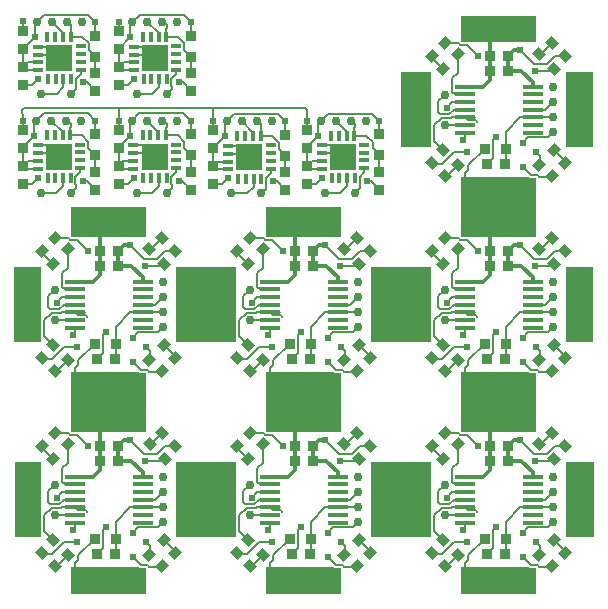
<source format=gtl>
G04 ================== begin FILE IDENTIFICATION RECORD ==================*
G04 Layout Name:  C:/Users/D/Documents/github/Disceep/allegro/disceep.brd*
G04 Film Name:    DisceepTOP*
G04 File Format:  Gerber RS274X*
G04 File Origin:  Cadence Allegro 16.6-P004*
G04 Origin Date:  Thu Jan 15 23:06:35 2015*
G04 *
G04 Layer:  ETCH/TOP*
G04 Layer:  PIN/TOP*
G04 Layer:  VIA CLASS/TOP*
G04 *
G04 Offset:    (0.00 0.00)*
G04 Mirror:    No*
G04 Mode:      Positive*
G04 Rotation:  0*
G04 FullContactRelief:  No*
G04 UndefLineWidth:     6.00*
G04 ================== end FILE IDENTIFICATION RECORD ====================*
%FSLAX25Y25*MOIN*%
%IR0*IPPOS*OFA0.00000B0.00000*MIA0B0*SFA1.00000B1.00000*%
%AMMACRO10*
21,1,.036,.032,0.0,0.0,135.*%
%ADD10MACRO10*%
%ADD11C,.03*%
%ADD12C,.024*%
%ADD15R,.085X.085*%
%ADD16R,.036X.012*%
%ADD17R,.012X.036*%
%ADD14R,.032X.036*%
%AMMACRO13*
21,1,.036,.032,0.0,0.0,45.*%
%ADD13MACRO13*%
%ADD18R,.036X.032*%
%ADD19R,.065X.013*%
%ADD20C,.012*%
%ADD21C,.006*%
G75*
%LPD*%
G75*
G36*
G01X10500Y45500D02*
Y20500D01*
X1616D01*
Y45500D01*
X10500D01*
G37*
G36*
G01Y110500D02*
Y85500D01*
X1579D01*
Y110500D01*
X10500D01*
G37*
G36*
G01X45500Y10269D02*
Y1578D01*
X20500D01*
Y10500D01*
X43112D01*
X43193Y10418D01*
X45313D01*
X45335Y10414D01*
X45357Y10405D01*
X45378Y10391D01*
X45500Y10269D01*
G37*
G36*
G01Y75269D02*
Y65500D01*
X20500D01*
Y75500D01*
X43112D01*
X43193Y75418D01*
X45313D01*
X45335Y75414D01*
X45357Y75405D01*
X45378Y75391D01*
X45500Y75269D01*
G37*
G36*
G01X20643Y55595D02*
X20622Y55609D01*
X20500Y55731D01*
Y65500D01*
X45500D01*
Y55500D01*
X22888D01*
X22807Y55582D01*
X20687D01*
X20665Y55586D01*
X20643Y55595D01*
G37*
G36*
G01X45500Y130500D02*
Y120500D01*
X22888D01*
X22807Y120582D01*
X20687D01*
X20665Y120586D01*
X20643Y120595D01*
X20622Y120609D01*
X20500Y120731D01*
Y130500D01*
X45500D01*
G37*
G36*
G01X75500Y45500D02*
Y20500D01*
X65500D01*
Y45500D01*
X75500D01*
G37*
G36*
G01X65500D02*
Y20500D01*
X55500D01*
Y45500D01*
X65500D01*
G37*
G36*
G01X75500Y110500D02*
Y85500D01*
X65500D01*
Y110500D01*
X75500D01*
G37*
G36*
G01X65500D02*
Y85500D01*
X55500D01*
Y110500D01*
X65500D01*
G37*
G36*
G01X110500Y10269D02*
Y1428D01*
X85500D01*
Y10500D01*
X108112D01*
X108193Y10418D01*
X110313D01*
X110335Y10414D01*
X110357Y10405D01*
X110378Y10391D01*
X110500Y10269D01*
G37*
G36*
G01Y75269D02*
Y65500D01*
X85500D01*
Y75500D01*
X108112D01*
X108193Y75418D01*
X110313D01*
X110335Y75414D01*
X110357Y75405D01*
X110378Y75391D01*
X110500Y75269D01*
G37*
G36*
G01Y65500D02*
Y55500D01*
X87888D01*
X87807Y55582D01*
X85687D01*
X85665Y55586D01*
X85643Y55595D01*
X85622Y55609D01*
X85500Y55731D01*
Y65500D01*
X110500D01*
G37*
G36*
G01Y130500D02*
Y120500D01*
X87888D01*
X87807Y120582D01*
X85687D01*
X85665Y120586D01*
X85643Y120595D01*
X85622Y120609D01*
X85500Y120731D01*
Y130500D01*
X110500D01*
G37*
G36*
G01X140500Y45500D02*
Y20500D01*
X130500D01*
Y45500D01*
X140500D01*
G37*
G36*
G01X130500D02*
Y20500D01*
X120500D01*
Y45500D01*
X130500D01*
G37*
G36*
G01X140500Y110500D02*
Y85500D01*
X130500D01*
Y110500D01*
X140500D01*
G37*
G36*
G01X130500D02*
Y85500D01*
X120500D01*
Y110500D01*
X130500D01*
G37*
G36*
G01X140500Y175500D02*
Y150500D01*
X130500D01*
Y175500D01*
X140500D01*
G37*
G36*
G01X175500Y10269D02*
Y1504D01*
X150500D01*
Y10500D01*
X173112D01*
X173193Y10418D01*
X175313D01*
X175335Y10414D01*
X175357Y10405D01*
X175378Y10391D01*
X175500Y10269D01*
G37*
G36*
G01Y75269D02*
Y65500D01*
X150500D01*
Y75500D01*
X173112D01*
X173193Y75418D01*
X175313D01*
X175335Y75414D01*
X175357Y75405D01*
X175378Y75391D01*
X175500Y75269D01*
G37*
G36*
G01Y65500D02*
Y55500D01*
X152888D01*
X152807Y55582D01*
X150687D01*
X150665Y55586D01*
X150643Y55595D01*
X150622Y55609D01*
X150500Y55731D01*
Y65500D01*
X175500D01*
G37*
G36*
G01Y140269D02*
Y130500D01*
X150500D01*
Y140500D01*
X173112D01*
X173193Y140418D01*
X175313D01*
X175335Y140414D01*
X175357Y140405D01*
X175378Y140391D01*
X175500Y140269D01*
G37*
G36*
G01Y130500D02*
Y120500D01*
X152888D01*
X152807Y120582D01*
X150687D01*
X150665Y120586D01*
X150643Y120595D01*
X150622Y120609D01*
X150500Y120731D01*
Y130500D01*
X175500D01*
G37*
G36*
G01Y194384D02*
Y185500D01*
X152888D01*
X152807Y185582D01*
X150687D01*
X150665Y185586D01*
X150643Y185595D01*
X150622Y185609D01*
X150500Y185731D01*
Y194384D01*
X175500D01*
G37*
G36*
G01X194604Y45500D02*
Y20500D01*
X185500D01*
Y45500D01*
X194604D01*
G37*
G36*
G01X194505Y110500D02*
Y85500D01*
X185500D01*
Y110500D01*
X194505D01*
G37*
G36*
G01X194467Y175500D02*
Y150500D01*
X185500D01*
Y175500D01*
X194467D01*
G37*
G54D10*
X15121Y10879D03*
X10879Y15121D03*
X14525Y19475D03*
X15121Y75879D03*
X10879Y80121D03*
X14525Y84475D03*
X19475Y14525D03*
Y79525D03*
X50879Y55121D03*
X55121Y50879D03*
X51675Y46525D03*
X46725Y51475D03*
X55121Y115879D03*
X51475Y111525D03*
X46525Y116475D03*
X50879Y120121D03*
X75879Y15121D03*
Y80121D03*
X80121Y10879D03*
X84475Y14525D03*
X79525Y19475D03*
X80121Y75879D03*
X79525Y84475D03*
X84475Y79525D03*
X115879Y55121D03*
X116475Y46525D03*
X111525Y51475D03*
X116475Y111525D03*
X111525Y116475D03*
X115879Y120121D03*
X120121Y50879D03*
Y115879D03*
X145121Y10879D03*
X140879Y15121D03*
X149475Y14525D03*
X144525Y19475D03*
X145121Y75879D03*
X140879Y80121D03*
X144525Y84475D03*
X149475Y79525D03*
X145121Y140879D03*
X140879Y145121D03*
X144525Y149475D03*
X149475Y144525D03*
X176525Y51475D03*
Y116475D03*
Y181475D03*
X180879Y55121D03*
X185121Y50879D03*
X181475Y46525D03*
X185121Y115879D03*
X181475Y111525D03*
X180879Y120121D03*
X181475Y176525D03*
X180879Y185121D03*
X185121Y180879D03*
G54D20*
G01X30000Y46000D02*
Y51000D01*
G01Y46000D02*
Y43000D01*
X27700Y40700D01*
X21700D01*
G01X30000Y51000D02*
Y58000D01*
G01D02*
X27000Y61000D01*
G01X30000Y111000D02*
Y108000D01*
X27700Y105700D01*
X21700D01*
G01X30000Y111000D02*
Y116000D01*
G01D02*
Y123000D01*
G01D02*
X27000Y126000D01*
G01X36000Y51000D02*
Y46000D01*
G01X40000Y53000D02*
X38000D01*
X36000Y51000D01*
G01Y46000D02*
X40450D01*
X44300Y42150D01*
Y40700D01*
G01X36000Y111000D02*
X40450D01*
X44300Y107150D01*
Y105700D01*
G01X36000Y116000D02*
Y111000D01*
G01Y116000D02*
X38000Y118000D01*
X40000D01*
G01X95000Y46000D02*
Y43000D01*
X92700Y40700D01*
X86700D01*
G01X95000Y46000D02*
Y51000D01*
G01D02*
Y58000D01*
G01D02*
X92000Y61000D01*
G01X95000Y111000D02*
Y108000D01*
X92700Y105700D01*
X86700D01*
G01X95000Y111000D02*
Y116000D01*
G01D02*
Y123000D01*
G01D02*
X92000Y126000D01*
G01X101000Y46000D02*
X105450D01*
X109300Y42150D01*
Y40700D01*
G01X101000Y51000D02*
Y46000D01*
G01Y51000D02*
X103000Y53000D01*
X105000D01*
G01X101000Y111000D02*
X105450D01*
X109300Y107150D01*
Y105700D01*
G01X101000Y116000D02*
Y111000D01*
G01Y116000D02*
X103000Y118000D01*
X105000D01*
G01X160000Y46000D02*
Y43000D01*
X157700Y40700D01*
X151700D01*
G01X160000Y111000D02*
Y108000D01*
X157700Y105700D01*
X151700D01*
G01X160000Y176000D02*
Y173000D01*
X157700Y170700D01*
X151700D01*
G01X166000Y46000D02*
X170450D01*
X174300Y42150D01*
Y40700D01*
G01X166000Y51000D02*
Y46000D01*
G01Y51000D02*
X168000Y53000D01*
X170000D01*
G01X160000Y46000D02*
Y51000D01*
G01D02*
Y58000D01*
G01D02*
X157000Y61000D01*
G01X166000Y111000D02*
X170450D01*
X174300Y107150D01*
Y105700D01*
G01X166000Y116000D02*
Y111000D01*
G01X160000D02*
Y116000D01*
G01X166000D02*
X168000Y118000D01*
X170000D01*
G01X157000Y126000D02*
X160000Y123000D01*
G01D02*
Y116000D01*
G01X166000Y176000D02*
X170450D01*
X174300Y172150D01*
Y170700D01*
G01X166000Y181000D02*
Y176000D01*
G01Y181000D02*
X168000Y183000D01*
X170000D01*
G01X160000Y176000D02*
Y181000D01*
G01X157000Y191000D02*
X160000Y188000D01*
G01D02*
Y181000D01*
G54D11*
X15000Y28000D03*
Y38000D03*
Y93000D03*
Y103000D03*
X10400Y135400D03*
X8900Y159400D03*
X13900D03*
X10500Y168200D03*
X9000Y192200D03*
X14000D03*
X20400Y135400D03*
X18900Y159400D03*
X23900D03*
X20500Y168200D03*
X19000Y192200D03*
X24000D03*
X51000Y35500D03*
Y30500D03*
Y25500D03*
Y40500D03*
Y95500D03*
Y90500D03*
Y105500D03*
Y100500D03*
X42300Y135400D03*
X52300D03*
X40800Y159400D03*
X45800D03*
X50800D03*
X55800D03*
X42400Y168200D03*
X52400D03*
X40900Y192200D03*
X45900D03*
X50900D03*
X55900D03*
X73900Y135100D03*
X72400Y159100D03*
X77400D03*
X80000Y28000D03*
Y38000D03*
Y93000D03*
Y103000D03*
X83900Y135100D03*
X82400Y159100D03*
X87400D03*
X116000Y35500D03*
Y30500D03*
Y25500D03*
Y40500D03*
Y95500D03*
Y90500D03*
Y105500D03*
Y100500D03*
X105100Y135300D03*
X115100D03*
X103600Y159300D03*
X108600D03*
X113600D03*
X118600D03*
X145000Y28000D03*
Y38000D03*
Y93000D03*
Y103000D03*
Y168000D03*
Y158000D03*
X181000Y35500D03*
Y30500D03*
Y25500D03*
Y40500D03*
Y95500D03*
Y90500D03*
Y105500D03*
Y100500D03*
Y155500D03*
Y170500D03*
Y165500D03*
Y160500D03*
G54D21*
G01X22300Y19000D02*
X18104D01*
X14084Y14980D01*
X11020D01*
X10879Y15121D01*
G01X15121Y10879D02*
X15829D01*
X19475Y14525D01*
G01X15000Y38000D02*
X12900Y35900D01*
Y32207D01*
X13507Y31600D01*
X16570D01*
X17990Y33020D01*
X21700D01*
G01X15000Y28000D02*
X17550D01*
X17650Y27900D01*
X21700D01*
G01Y30460D02*
X17128D01*
X17068Y30400D01*
X14005D01*
X11460Y27855D01*
Y22540D01*
X14525Y19475D01*
G01X26000Y51000D02*
X22400Y54600D01*
X20591D01*
X20379Y54642D01*
X20179Y54725D01*
X19998Y54845D01*
X19581Y55262D01*
X15262D01*
X15121Y55121D01*
G01X10879Y50879D02*
Y50171D01*
X14525Y46525D01*
G01X22300Y84000D02*
X18104D01*
X14084Y79980D01*
X11020D01*
X10879Y80121D01*
G01X15121Y75879D02*
X15829D01*
X19475Y79525D01*
G01X21700Y95460D02*
X17128D01*
X17068Y95400D01*
X14005D01*
X11460Y92855D01*
Y87540D01*
X14525Y84475D01*
G01X15000Y93000D02*
X17550D01*
X17650Y92900D01*
X21700D01*
G01X15000Y103000D02*
X12900Y100900D01*
Y97207D01*
X13507Y96600D01*
X16570D01*
X17990Y98020D01*
X21700D01*
G01X10879Y115879D02*
Y115171D01*
X14525Y111525D01*
G01X26000Y116000D02*
X22400Y119600D01*
X20591D01*
X20379Y119642D01*
X20179Y119725D01*
X19998Y119845D01*
X19581Y120262D01*
X15262D01*
X15121Y120121D01*
G01X9300Y151200D02*
X13600D01*
X16200Y148600D01*
G01D02*
X9300D01*
G01X4400Y138400D02*
X7400D01*
X9400Y140400D01*
G01X9300Y146000D02*
X6000D01*
X4400Y144400D01*
G01X9300Y143400D02*
X5400D01*
X4400Y144400D01*
G01D02*
Y150400D01*
G01D02*
Y150600D01*
X8200Y154400D01*
G01X8900Y159400D02*
X8200Y158700D01*
Y154400D01*
G01X10400Y135400D02*
X15500D01*
X17800Y137700D01*
Y140300D01*
G01X4400Y156400D02*
Y159400D01*
G01D02*
Y161400D01*
X4000Y161800D01*
Y162900D01*
X4600Y163500D01*
X36000D01*
G01X4500Y171200D02*
X7500D01*
X9500Y173200D01*
G01X8900Y159400D02*
X11300Y161800D01*
X26000D01*
X28400Y159400D01*
G01X17600Y154500D02*
Y155700D01*
X13900Y159400D01*
G01X10500Y168200D02*
X15600D01*
X17900Y170500D01*
Y173100D01*
G01X4500Y189200D02*
Y192500D01*
G01X16300Y181400D02*
X9400D01*
G01Y184000D02*
X13700D01*
X16300Y181400D01*
G01X9400Y178800D02*
X6100D01*
X4500Y177200D01*
G01X9400Y176200D02*
X5500D01*
X4500Y177200D01*
G01D02*
Y183200D01*
G01D02*
Y183400D01*
X8300Y187200D01*
G01X9000Y192200D02*
X8300Y191500D01*
Y187200D01*
G01X9000Y192200D02*
X11400Y194600D01*
X26100D01*
X28500Y192200D01*
G01X17700Y187300D02*
Y188500D01*
X14000Y192200D01*
G01X32000Y24000D02*
X31200Y23200D01*
Y17000D01*
X29200Y15000D01*
X29000D01*
G01X21900Y11870D02*
X22799Y12769D01*
Y14499D01*
X28300Y20000D01*
X28500D01*
G01X24870Y8900D02*
X23130D01*
X21900Y10130D01*
G01D02*
Y11870D01*
G01X35500Y20000D02*
Y15500D01*
X35000Y15000D01*
G01X15700Y33700D02*
X17580Y35580D01*
X21700D01*
G01X25122Y30460D02*
X21700D01*
G01X25850Y28923D02*
X25323Y29450D01*
X22710D01*
X21700Y30460D01*
G01Y25340D02*
Y23700D01*
X21000Y23000D01*
G01X21700Y38140D02*
X18255D01*
X17550Y38845D01*
Y43550D01*
X19334Y45334D01*
Y51334D01*
X19475Y51475D01*
G01X21900Y75130D02*
X23130Y73900D01*
X24870D01*
G01X28500Y85000D02*
X28300D01*
X22799Y79499D01*
Y77769D01*
X21900Y76870D01*
Y75130D01*
G01X32000Y89000D02*
X31200Y88200D01*
Y82000D01*
X29200Y80000D01*
X29000D01*
G01X35500Y85000D02*
Y80500D01*
X35000Y80000D01*
G01X25850Y93923D02*
X25323Y94450D01*
X22710D01*
X21700Y95460D01*
G01Y90340D02*
Y88700D01*
X21000Y88000D01*
G01X21700Y103140D02*
X18255D01*
X17550Y103845D01*
Y108550D01*
X19334Y110334D01*
Y116334D01*
X19475Y116475D01*
G01X25122Y95460D02*
X21700D01*
G01X15700Y98700D02*
X17580Y100580D01*
X21700D01*
G01X20400Y135400D02*
X22027Y137027D01*
Y138000D01*
X21900Y138127D01*
Y140600D01*
X23500Y142200D01*
Y143600D01*
G01X28400Y136400D02*
Y136600D01*
X25600Y139400D01*
X24400D01*
G01X16400Y147400D02*
Y148400D01*
X16200Y148600D01*
G01X28400Y159400D02*
Y154900D01*
G01X20200Y154500D02*
Y157100D01*
X20400Y157300D01*
Y158400D01*
X19400Y159400D01*
X18900D01*
G01X28400Y147900D02*
Y148100D01*
X26234Y150266D01*
Y152339D01*
X24073Y154500D01*
X20200D01*
G01X28400Y142400D02*
Y147900D01*
G01X28500Y169200D02*
Y169400D01*
X25700Y172200D01*
X24500D01*
G01X28500Y175200D02*
Y180700D01*
G01X20500Y168200D02*
X22127Y169827D01*
Y170800D01*
X22000Y170927D01*
Y173400D01*
X23600Y175000D01*
Y176400D01*
G01X16500Y180200D02*
Y181200D01*
X16300Y181400D01*
G01X28500Y192200D02*
Y187700D01*
G01X20300Y187300D02*
Y189900D01*
X20500Y190100D01*
Y191200D01*
X19500Y192200D01*
X19000D01*
G01X28500Y180700D02*
Y180900D01*
X26334Y183066D01*
Y185139D01*
X24173Y187300D01*
X20300D01*
G01X41000Y14000D02*
X43600Y11400D01*
X45409D01*
X45621Y11358D01*
X45821Y11275D01*
X46002Y11155D01*
X46419Y10738D01*
X50738D01*
X50879Y10879D01*
G01X51475Y19475D02*
X55121Y15829D01*
Y15121D01*
G01X46525Y14525D02*
X46666Y14666D01*
Y17730D01*
X45396Y19000D01*
G01X51000Y25500D02*
X49290Y23790D01*
X42790D01*
X41000Y22000D01*
G01X44300Y30460D02*
X40250D01*
X35500Y25710D01*
Y20000D01*
G01X51000Y30500D02*
X48390D01*
X48350Y30460D01*
X44300D01*
G01X51000Y35500D02*
X48520Y33020D01*
X44300D01*
G01X40000Y53000D02*
X44830Y48170D01*
X49066D01*
X51916Y51020D01*
X54980D01*
X55121Y50879D01*
G01X46725Y51475D02*
X47233D01*
X50879Y55121D01*
G01X46525Y51475D02*
X46725D01*
G01X51475Y46525D02*
X51334Y46666D01*
X50668Y46000D01*
X45000D01*
G01X41000Y79000D02*
X43600Y76400D01*
X45409D01*
X45621Y76358D01*
X45821Y76275D01*
X46002Y76155D01*
X46419Y75738D01*
X50738D01*
X50879Y75879D01*
G01X51000Y90500D02*
X49290Y88790D01*
X42790D01*
X41000Y87000D01*
G01X44300Y95460D02*
X40250D01*
X35500Y90710D01*
Y85000D01*
G01X51475Y84475D02*
X55121Y80829D01*
Y80121D01*
G01X46525Y79525D02*
X46666Y79666D01*
Y82730D01*
X45396Y84000D01*
G01X40000Y118000D02*
X44830Y113170D01*
X49066D01*
X51916Y116020D01*
X54980D01*
X55121Y115879D01*
G01X51000Y95500D02*
X48390D01*
X48350Y95460D01*
X44300D01*
G01X51000Y100500D02*
X48520Y98020D01*
X44300D01*
G01X45000Y111000D02*
X50668D01*
X51334Y111666D01*
X51475Y111525D01*
G01X46525Y116475D02*
X47233D01*
X50879Y120121D01*
G01X42300Y135400D02*
X47400D01*
X49700Y137700D01*
Y140300D01*
G01X52300Y135400D02*
X53927Y137027D01*
Y138000D01*
X53800Y138127D01*
Y140600D01*
X55400Y142200D01*
Y143600D01*
G01X41200Y151200D02*
X45500D01*
X48100Y148600D01*
G01D02*
X41200D01*
G01X48300Y147400D02*
Y148400D01*
X48100Y148600D01*
G01X36300Y138400D02*
X39300D01*
X41300Y140400D01*
G01X41200Y146000D02*
X37900D01*
X36300Y144400D01*
G01X41200Y143400D02*
X37300D01*
X36300Y144400D01*
G01D02*
Y150400D01*
G01D02*
Y150600D01*
X40100Y154400D01*
G01X40800Y159400D02*
X40100Y158700D01*
Y154400D01*
G01X52100Y154500D02*
Y157100D01*
X52300Y157300D01*
Y158400D01*
X51300Y159400D01*
X50800D01*
G01X60300Y147900D02*
Y148100D01*
X58134Y150266D01*
Y152339D01*
X55973Y154500D01*
X52100D01*
G01X49500D02*
Y155700D01*
X45800Y159400D01*
G01X36000Y163500D02*
X68000D01*
G01X36300Y159200D02*
Y163200D01*
X36000Y163500D01*
G01X36300Y156400D02*
Y159200D01*
G01X36400Y171200D02*
X39400D01*
X41400Y173200D01*
G01X40800Y159400D02*
X43200Y161800D01*
X57900D01*
X60300Y159400D01*
G01X42400Y168200D02*
X47500D01*
X49800Y170500D01*
Y173100D01*
G01X52400Y168200D02*
X54027Y169827D01*
Y170800D01*
X53900Y170927D01*
Y173400D01*
X55500Y175000D01*
Y176400D01*
G01X47200Y181400D02*
X41300D01*
G01Y184000D02*
X45600D01*
X48200Y181400D01*
X47200D01*
G01D02*
X48400Y180200D01*
G01X36400Y189200D02*
Y192400D01*
G01X41300Y178800D02*
X38000D01*
X36400Y177200D01*
G01X41300Y176200D02*
X37400D01*
X36400Y177200D01*
G01D02*
Y183200D01*
G01D02*
Y183400D01*
X40200Y187200D01*
G01X40900Y192200D02*
X40200Y191500D01*
Y187200D01*
G01X40900Y192200D02*
X43300Y194600D01*
X58000D01*
X60400Y192200D01*
G01X49600Y187300D02*
Y188500D01*
X45900Y192200D01*
G01X52200Y187300D02*
Y189900D01*
X52400Y190100D01*
Y191200D01*
X51400Y192200D01*
X50900D01*
G01X60400Y180700D02*
Y180900D01*
X58234Y183066D01*
Y185139D01*
X56073Y187300D01*
X52200D01*
G01X73900Y135100D02*
X79000D01*
X81300Y137400D01*
Y140000D01*
G01X60300Y136400D02*
Y136600D01*
X57500Y139400D01*
X56300D01*
G01X72800Y150900D02*
X77100D01*
X79700Y148300D01*
G01D02*
X72800D01*
G01X67900Y138100D02*
X70900D01*
X72900Y140100D01*
G01X60300Y159400D02*
Y154900D01*
G01X72800Y145700D02*
X69500D01*
X67900Y144100D01*
G01X72800Y143100D02*
X68900D01*
X67900Y144100D01*
G01D02*
Y150100D01*
G01D02*
Y150300D01*
X71700Y154100D01*
G01X72400Y159100D02*
X71700Y158400D01*
Y154100D01*
G01X60300Y142400D02*
Y147900D01*
G01X68000Y163500D02*
X98500D01*
X99100Y162900D01*
Y159100D01*
G01X67900Y159400D02*
Y163400D01*
X68000Y163500D01*
G01X67900Y156100D02*
Y159400D01*
G01X60400Y169200D02*
Y169400D01*
X57600Y172200D01*
X56400D01*
G01X72400Y159100D02*
X74800Y161500D01*
X89500D01*
X91900Y159100D01*
G01X60400Y175200D02*
Y180700D01*
G01Y192200D02*
Y187700D01*
G01X87300Y19000D02*
X83104D01*
X79084Y14980D01*
X76020D01*
X75879Y15121D01*
G01X97000Y24000D02*
X96200Y23200D01*
Y17000D01*
X94200Y15000D01*
X94000D01*
G01X86900Y11870D02*
X87799Y12769D01*
Y14499D01*
X93300Y20000D01*
X93500D01*
G01X89870Y8900D02*
X88130D01*
X86900Y10130D01*
G01D02*
Y11870D01*
G01X80121Y10879D02*
X80829D01*
X84475Y14525D01*
G01X80700Y33700D02*
X82580Y35580D01*
X86700D01*
G01Y30460D02*
X82128D01*
X82068Y30400D01*
X79005D01*
X76460Y27855D01*
Y22540D01*
X79525Y19475D01*
G01X90122Y30460D02*
X86700D01*
G01X90850Y28923D02*
X90323Y29450D01*
X87710D01*
X86700Y30460D01*
G01Y25340D02*
Y23700D01*
X86000Y23000D01*
G01X80000Y28000D02*
X82550D01*
X82650Y27900D01*
X86700D01*
G01X80000Y38000D02*
X77900Y35900D01*
Y32207D01*
X78507Y31600D01*
X81570D01*
X82990Y33020D01*
X86700D01*
G01X91000Y51000D02*
X87400Y54600D01*
X85591D01*
X85379Y54642D01*
X85179Y54725D01*
X84998Y54845D01*
X84581Y55262D01*
X80262D01*
X80121Y55121D01*
G01X86700Y38140D02*
X83255D01*
X82550Y38845D01*
Y43550D01*
X84334Y45334D01*
Y51334D01*
X84475Y51475D01*
G01X75879Y50879D02*
Y50171D01*
X79525Y46525D01*
G01X86900Y75130D02*
X88130Y73900D01*
X89870D01*
G01X93500Y85000D02*
X93300D01*
X87799Y79499D01*
Y77769D01*
X86900Y76870D01*
Y75130D01*
G01X87300Y84000D02*
X83104D01*
X79084Y79980D01*
X76020D01*
X75879Y80121D01*
G01X97000Y89000D02*
X96200Y88200D01*
Y82000D01*
X94200Y80000D01*
X94000D01*
G01X80121Y75879D02*
X80829D01*
X84475Y79525D01*
G01X80000Y93000D02*
X82550D01*
X82650Y92900D01*
X86700D01*
G01Y90340D02*
Y88700D01*
X86000Y88000D01*
G01X86700Y95460D02*
X82128D01*
X82068Y95400D01*
X79005D01*
X76460Y92855D01*
Y87540D01*
X79525Y84475D01*
G01X90850Y93923D02*
X90323Y94450D01*
X87710D01*
X86700Y95460D01*
G01X80000Y103000D02*
X77900Y100900D01*
Y97207D01*
X78507Y96600D01*
X81570D01*
X82990Y98020D01*
X86700D01*
G01X75879Y115879D02*
Y115171D01*
X79525Y111525D01*
G01X86700Y103140D02*
X83255D01*
X82550Y103845D01*
Y108550D01*
X84334Y110334D01*
Y116334D01*
X84475Y116475D01*
G01X80700Y98700D02*
X82580Y100580D01*
X86700D01*
G01X90122Y95460D02*
X86700D01*
G01X91000Y116000D02*
X87400Y119600D01*
X85591D01*
X85379Y119642D01*
X85179Y119725D01*
X84998Y119845D01*
X84581Y120262D01*
X80262D01*
X80121Y120121D01*
G01X83900Y135100D02*
X85527Y136727D01*
Y137700D01*
X85400Y137827D01*
Y140300D01*
X87000Y141900D01*
Y143300D01*
G01X91900Y136100D02*
Y136300D01*
X89100Y139100D01*
X87900D01*
G01X79900Y147100D02*
Y148100D01*
X79700Y148300D01*
G01X91900Y159100D02*
Y154600D01*
G01X83700Y154200D02*
Y156800D01*
X83900Y157000D01*
Y158100D01*
X82900Y159100D01*
X82400D01*
G01X91900Y147600D02*
Y147800D01*
X89734Y149966D01*
Y152039D01*
X87573Y154200D01*
X83700D01*
G01X91900Y142100D02*
Y147600D01*
G01X81100Y154200D02*
Y155400D01*
X77400Y159100D01*
G01X106000Y14000D02*
X108600Y11400D01*
X110409D01*
X110621Y11358D01*
X110821Y11275D01*
X111002Y11155D01*
X111419Y10738D01*
X115738D01*
X115879Y10879D01*
G01X100500Y20000D02*
Y15500D01*
X100000Y15000D01*
G01X111525Y14525D02*
X111666Y14666D01*
Y17730D01*
X110396Y19000D01*
G01X116000Y25500D02*
X114290Y23790D01*
X107790D01*
X106000Y22000D01*
G01X109300Y30460D02*
X105250D01*
X100500Y25710D01*
Y20000D01*
G01X116000Y30500D02*
X113390D01*
X113350Y30460D01*
X109300D01*
G01X116000Y35500D02*
X113520Y33020D01*
X109300D01*
G01X105000Y53000D02*
X109830Y48170D01*
X114066D01*
X116916Y51020D01*
X119980D01*
X120121Y50879D01*
G01X111525Y51475D02*
X112233D01*
X115879Y55121D01*
G01X110000Y46000D02*
X115668D01*
X116334Y46666D01*
X116475Y46525D01*
G01X106000Y79000D02*
X108600Y76400D01*
X110409D01*
X110621Y76358D01*
X110821Y76275D01*
X111002Y76155D01*
X111419Y75738D01*
X115738D01*
X115879Y75879D01*
G01X116000Y90500D02*
X114290Y88790D01*
X107790D01*
X106000Y87000D01*
G01X100500Y85000D02*
Y80500D01*
X100000Y80000D01*
G01X109300Y95460D02*
X105250D01*
X100500Y90710D01*
Y85000D01*
G01X111525Y79525D02*
X111666Y79666D01*
Y82730D01*
X110396Y84000D01*
G01X105000Y118000D02*
X109830Y113170D01*
X114066D01*
X116916Y116020D01*
X119980D01*
X120121Y115879D01*
G01X116000Y95500D02*
X113390D01*
X113350Y95460D01*
X109300D01*
G01X116000Y100500D02*
X113520Y98020D01*
X109300D01*
G01X110000Y111000D02*
X115668D01*
X116334Y111666D01*
X116475Y111525D01*
G01X111525Y116475D02*
X112233D01*
X115879Y120121D01*
G01X105100Y135300D02*
X110200D01*
X112500Y137600D01*
Y140200D01*
G01X115100Y135300D02*
X116727Y136927D01*
Y137900D01*
X116600Y138027D01*
Y140500D01*
X118200Y142100D01*
Y143500D01*
G01X104000Y151100D02*
X108300D01*
X110900Y148500D01*
X104000D01*
G01X99100Y138300D02*
X102100D01*
X104100Y140300D01*
G01X104000Y145900D02*
X100700D01*
X99100Y144300D01*
G01X104000Y143300D02*
X100100D01*
X99100Y144300D01*
G01D02*
Y150300D01*
G01D02*
Y150500D01*
X102900Y154300D01*
G01X103600Y159300D02*
X102900Y158600D01*
Y154300D01*
G01X114900Y154400D02*
Y157000D01*
X115100Y157200D01*
Y158300D01*
X114100Y159300D01*
X113600D01*
G01X123100Y147800D02*
Y148000D01*
X120934Y150166D01*
Y152239D01*
X118773Y154400D01*
X114900D01*
G01X112300D02*
Y155600D01*
X108600Y159300D01*
G01X99100Y156300D02*
Y159100D01*
G01X103600Y159300D02*
X106000Y161700D01*
X120700D01*
X123100Y159300D01*
G01X116475Y19475D02*
X120121Y15829D01*
Y15121D01*
G01X116475Y84475D02*
X120121Y80829D01*
Y80121D01*
G01X123100Y136300D02*
Y136500D01*
X120300Y139300D01*
X119100D01*
G01X123100Y159300D02*
Y154800D01*
G01Y142300D02*
Y147800D01*
G01X152300Y19000D02*
X148104D01*
X144084Y14980D01*
X141020D01*
X140879Y15121D01*
G01X158500Y20000D02*
X158300D01*
X152799Y14499D01*
Y12769D01*
X151900Y11870D01*
Y10130D01*
G01D02*
X153130Y8900D01*
X154870D01*
G01X145121Y10879D02*
X145829D01*
X149475Y14525D01*
G01X145000Y28000D02*
X147550D01*
X147650Y27900D01*
X151700D01*
G01Y25340D02*
Y23700D01*
X151000Y23000D01*
G01X145700Y33700D02*
X147580Y35580D01*
X151700D01*
G01X145000Y38000D02*
X142900Y35900D01*
Y32207D01*
X143507Y31600D01*
X146570D01*
X147990Y33020D01*
X151700D01*
G01Y30460D02*
X147128D01*
X147068Y30400D01*
X144005D01*
X141460Y27855D01*
Y22540D01*
X144525Y19475D01*
G01X155122Y30460D02*
X151700D01*
G01X155850Y28923D02*
X155323Y29450D01*
X152710D01*
X151700Y30460D01*
G01X156000Y51000D02*
X152400Y54600D01*
X150591D01*
X150379Y54642D01*
X150179Y54725D01*
X149998Y54845D01*
X149581Y55262D01*
X145262D01*
X145121Y55121D01*
G01X151700Y38140D02*
X148255D01*
X147550Y38845D01*
Y43550D01*
X149334Y45334D01*
Y51334D01*
X149475Y51475D01*
G01X140879Y50879D02*
Y50171D01*
X144525Y46525D01*
G01X151900Y75130D02*
X153130Y73900D01*
X154870D01*
G01X158500Y85000D02*
X158300D01*
X152799Y79499D01*
Y77769D01*
X151900Y76870D01*
Y75130D01*
G01X152300Y84000D02*
X148104D01*
X144084Y79980D01*
X141020D01*
X140879Y80121D01*
G01X151700Y90340D02*
Y88700D01*
X151000Y88000D01*
G01X145000Y93000D02*
X147550D01*
X147650Y92900D01*
X151700D01*
G01X145121Y75879D02*
X145829D01*
X149475Y79525D01*
G01X151700Y95460D02*
X147128D01*
X147068Y95400D01*
X144005D01*
X141460Y92855D01*
Y87540D01*
X144525Y84475D01*
G01X155850Y93923D02*
X155323Y94450D01*
X152710D01*
X151700Y95460D01*
G01X145700Y98700D02*
X147580Y100580D01*
X151700D01*
G01Y103140D02*
X148255D01*
X147550Y103845D01*
Y108550D01*
X149334Y110334D01*
Y116334D01*
X149475Y116475D01*
G01X145000Y103000D02*
X142900Y100900D01*
Y97207D01*
X143507Y96600D01*
X146570D01*
X147990Y98020D01*
X151700D01*
G01X140879Y115879D02*
Y115171D01*
X144525Y111525D01*
G01X155122Y95460D02*
X151700D01*
G01X156000Y116000D02*
X152400Y119600D01*
X150591D01*
X150379Y119642D01*
X150179Y119725D01*
X149998Y119845D01*
X149581Y120262D01*
X145262D01*
X145121Y120121D01*
G01X152300Y149000D02*
X148104D01*
X144084Y144980D01*
X141020D01*
X140879Y145121D01*
G01X151900Y140130D02*
Y141870D01*
G01X153130Y138900D02*
X151900Y140130D01*
G01X154870Y138900D02*
X153130D01*
G01X151900Y141870D02*
X152799Y142769D01*
Y144499D01*
X158300Y150000D01*
X158500D01*
G01X151700Y155340D02*
Y153700D01*
X151000Y153000D01*
G01X145121Y140879D02*
X145829D01*
X149475Y144525D01*
G01X151700Y160460D02*
X147128D01*
X147068Y160400D01*
X144005D01*
X141460Y157855D01*
Y152540D01*
X144525Y149475D01*
G01X145000Y158000D02*
X147550D01*
X147650Y157900D01*
X151700D01*
G01Y168140D02*
X148255D01*
X147550Y168845D01*
Y173550D01*
X149334Y175334D01*
Y181334D01*
X149475Y181475D01*
G01X145700Y163700D02*
X147580Y165580D01*
X151700D01*
G01X145000Y168000D02*
X142900Y165900D01*
Y162207D01*
X143507Y161600D01*
X146570D01*
X147990Y163020D01*
X151700D01*
G01X155122Y160460D02*
X151700D01*
G01X155850Y158923D02*
X155323Y159450D01*
X152710D01*
X151700Y160460D01*
G01X156000Y181000D02*
X152400Y184600D01*
X150591D01*
X150379Y184642D01*
X150179Y184725D01*
X149998Y184845D01*
X149581Y185262D01*
X145262D01*
X145121Y185121D01*
G01X140879Y180879D02*
Y180171D01*
X144525Y176525D01*
G01X162000Y24000D02*
X161200Y23200D01*
Y17000D01*
X159200Y15000D01*
X159000D01*
G01X171000Y14000D02*
X173600Y11400D01*
X175409D01*
X175621Y11358D01*
X175821Y11275D01*
X176002Y11155D01*
X176419Y10738D01*
X180738D01*
X180879Y10879D01*
G01X165500Y20000D02*
Y15500D01*
X165000Y15000D01*
G01X181000Y25500D02*
X179290Y23790D01*
X172790D01*
X171000Y22000D01*
G01X174300Y30460D02*
X170250D01*
X165500Y25710D01*
Y20000D01*
G01X181000Y30500D02*
X178390D01*
X178350Y30460D01*
X174300D01*
G01X181000Y35500D02*
X178520Y33020D01*
X174300D01*
G01X176525Y14525D02*
X176666Y14666D01*
Y17730D01*
X175396Y19000D01*
G01X170000Y53000D02*
X174830Y48170D01*
X179066D01*
X181916Y51020D01*
X184980D01*
X185121Y50879D01*
G01X175000Y46000D02*
X180668D01*
X181334Y46666D01*
X181475Y46525D01*
G01X162000Y89000D02*
X161200Y88200D01*
Y82000D01*
X159200Y80000D01*
X159000D01*
G01X171000Y79000D02*
X173600Y76400D01*
X175409D01*
X175621Y76358D01*
X175821Y76275D01*
X176002Y76155D01*
X176419Y75738D01*
X180738D01*
X180879Y75879D01*
G01X181000Y90500D02*
X179290Y88790D01*
X172790D01*
X171000Y87000D01*
G01X165500Y85000D02*
Y80500D01*
X165000Y80000D01*
G01X174300Y95460D02*
X170250D01*
X165500Y90710D01*
Y85000D01*
G01X176525Y79525D02*
X176666Y79666D01*
Y82730D01*
X175396Y84000D01*
G01X170000Y118000D02*
X174830Y113170D01*
X179066D01*
X181916Y116020D01*
X184980D01*
X185121Y115879D01*
G01X181000Y95500D02*
X178390D01*
X178350Y95460D01*
X174300D01*
G01X181000Y100500D02*
X178520Y98020D01*
X174300D01*
G01X175000Y111000D02*
X180668D01*
X181334Y111666D01*
X181475Y111525D01*
G01X162000Y154000D02*
X161200Y153200D01*
Y147000D01*
X159200Y145000D01*
X159000D01*
G01X171000Y144000D02*
X173600Y141400D01*
X175409D01*
X175621Y141358D01*
X175821Y141275D01*
X176002Y141155D01*
X176419Y140738D01*
X180738D01*
X180879Y140879D01*
G01X181000Y155500D02*
X179290Y153790D01*
X172790D01*
X171000Y152000D01*
G01X165500Y150000D02*
Y145500D01*
X165000Y145000D01*
G01X174300Y160460D02*
X170250D01*
X165500Y155710D01*
Y150000D01*
G01X176525Y144525D02*
X176666Y144666D01*
Y147730D01*
X175396Y149000D01*
G01X181000Y160500D02*
X178390D01*
X178350Y160460D01*
X174300D01*
G01X181000Y165500D02*
X178520Y163020D01*
X174300D01*
G01X170000Y183000D02*
X174830Y178170D01*
X179066D01*
X181916Y181020D01*
X184980D01*
X185121Y180879D01*
G01X175000Y176000D02*
X180668D01*
X181334Y176666D01*
X181475Y176525D01*
G01Y19475D02*
X185121Y15829D01*
Y15121D01*
G01X176525Y51475D02*
X177233D01*
X180879Y55121D01*
G01X181475Y84475D02*
X185121Y80829D01*
Y80121D01*
G01X176525Y116475D02*
X177233D01*
X180879Y120121D01*
G01X181475Y149475D02*
X185121Y145829D01*
Y145121D01*
G01X176525Y181475D02*
X177233D01*
X180879Y185121D01*
G54D12*
X7000Y23000D03*
X5000Y28000D03*
X4000Y33000D03*
X15700Y33700D03*
X7000Y43000D03*
X5000Y38000D03*
X7000Y88000D03*
X5000Y93000D03*
X4000Y98000D03*
X7000Y108000D03*
X5000Y103000D03*
X15700Y98700D03*
X16400Y147400D03*
X9400Y140400D03*
X8200Y154400D03*
X4400Y159400D03*
X9500Y173200D03*
X4500Y192500D03*
X16500Y180200D03*
X8300Y187200D03*
X23000Y7000D03*
X28000Y5000D03*
X33000Y4000D03*
X32000Y24000D03*
X22300Y19000D03*
X21000Y23000D03*
X26000Y51000D03*
X33000Y69000D03*
X28000Y70000D03*
X23000Y72000D03*
X22000Y59000D03*
X27000Y61000D03*
X33000Y62000D03*
X22300Y84000D03*
X32000Y89000D03*
X21000Y88000D03*
X26000Y116000D03*
X33000Y127000D03*
X22000Y124000D03*
X27000Y126000D03*
X24400Y139400D03*
X36300Y159200D03*
X24500Y172200D03*
X28400Y159400D03*
X36400Y192400D03*
X28500Y192200D03*
X41000Y14000D03*
X43000Y7000D03*
X38000Y5000D03*
X41000Y22000D03*
X45396Y19000D03*
X40000Y53000D03*
X45000Y46000D03*
X38000Y70000D03*
X43000Y72000D03*
X44000Y59000D03*
X39000Y61000D03*
X41000Y79000D03*
Y87000D03*
X45396Y84000D03*
X45000Y111000D03*
X40000Y118000D03*
X39000Y126000D03*
X44000Y124000D03*
X48300Y147400D03*
X56300Y139400D03*
X41300Y140400D03*
X40100Y154400D03*
X41400Y173200D03*
X56400Y172200D03*
X48400Y180200D03*
X40200Y187200D03*
X59000Y23000D03*
X61000Y28000D03*
X62000Y33000D03*
X69000D03*
X72000Y23000D03*
X70000Y28000D03*
X60000Y43000D03*
X61000Y38000D03*
X72000Y43000D03*
X70000Y38000D03*
X72000Y88000D03*
X70000Y93000D03*
X61000D03*
X59000Y88000D03*
X69000Y98000D03*
X72000Y108000D03*
X70000Y103000D03*
X62000Y98000D03*
X61000Y103000D03*
X60000Y108000D03*
X72900Y140100D03*
X71700Y154100D03*
X67900Y159400D03*
X60300D03*
X60400Y192200D03*
X93000Y5000D03*
X88000Y7000D03*
X87300Y19000D03*
X97000Y24000D03*
X80700Y33700D03*
X86000Y23000D03*
X91000Y51000D03*
X93000Y70000D03*
X88000Y72000D03*
X87000Y59000D03*
X92000Y61000D03*
X87300Y84000D03*
X97000Y89000D03*
X86000Y88000D03*
X91000Y116000D03*
X80700Y98700D03*
X87000Y124000D03*
X92000Y126000D03*
X79900Y147100D03*
X87900Y139100D03*
X91900Y159100D03*
X106000Y14000D03*
X98000Y4000D03*
X103000Y5000D03*
X108000Y7000D03*
X106000Y22000D03*
X110396Y19000D03*
X105000Y53000D03*
X110000Y46000D03*
X98000Y69000D03*
X103000Y70000D03*
X108000Y72000D03*
X98000Y62000D03*
X104000Y61000D03*
X109000Y59000D03*
X106000Y79000D03*
Y87000D03*
X110396Y84000D03*
X110000Y111000D03*
X105000Y118000D03*
X109000Y124000D03*
X98000Y127000D03*
X104000Y126000D03*
X111100Y147300D03*
X104100Y140300D03*
X102900Y154300D03*
X99100Y159100D03*
X134000Y33000D03*
X137000Y23000D03*
X135000Y28000D03*
X126000D03*
X124000Y23000D03*
X127000Y33000D03*
X137000Y43000D03*
X135000Y38000D03*
X126000D03*
X125000Y43000D03*
X137000Y88000D03*
X135000Y93000D03*
X126000D03*
X124000Y88000D03*
X134000Y98000D03*
X137000Y108000D03*
X135000Y103000D03*
X127000Y98000D03*
X126000Y103000D03*
X125000Y108000D03*
X119100Y139300D03*
X137000Y153000D03*
X135000Y168000D03*
X137000Y173000D03*
X135000Y158000D03*
X134000Y163000D03*
X123100Y159300D03*
X153000Y7000D03*
X152300Y19000D03*
X151000Y23000D03*
X145700Y33700D03*
X156000Y51000D03*
X153000Y72000D03*
X152000Y59000D03*
X157000Y61000D03*
X152300Y84000D03*
X151000Y88000D03*
X156000Y116000D03*
X145700Y98700D03*
X152000Y124000D03*
X157000Y126000D03*
X153000Y137000D03*
X152300Y149000D03*
X151000Y153000D03*
X145700Y163700D03*
X156000Y181000D03*
X157000Y191000D03*
X152000Y189000D03*
X171000Y14000D03*
X163000Y4000D03*
X158000Y5000D03*
X168000D03*
X173000Y7000D03*
X162000Y24000D03*
X171000Y22000D03*
X175396Y19000D03*
X170000Y53000D03*
X175000Y46000D03*
X163000Y69000D03*
X158000Y70000D03*
X168000D03*
X173000Y72000D03*
X163000Y62000D03*
X169000Y61000D03*
X174000Y59000D03*
X162000Y89000D03*
X171000Y79000D03*
Y87000D03*
X175396Y84000D03*
X175000Y111000D03*
X170000Y118000D03*
X174000Y124000D03*
X163000Y127000D03*
X169000Y126000D03*
X173000Y137000D03*
X168000Y135000D03*
X158000D03*
X163000Y134000D03*
X162000Y154000D03*
X171000Y144000D03*
Y152000D03*
X175396Y149000D03*
X175000Y176000D03*
X170000Y183000D03*
X163000Y192000D03*
X174000Y189000D03*
X169000Y191000D03*
X191000Y28000D03*
X189000Y23000D03*
X192000Y33000D03*
X191000Y38000D03*
X190000Y43000D03*
X191000Y93000D03*
X189000Y88000D03*
X192000Y98000D03*
X191000Y103000D03*
X190000Y108000D03*
X189000Y153000D03*
X190000Y173000D03*
X191000Y168000D03*
X192000Y163000D03*
X191000Y158000D03*
G54D13*
X10879Y50879D03*
X15121Y55121D03*
X14525Y46525D03*
X10879Y115879D03*
X14525Y111525D03*
X15121Y120121D03*
X19475Y51475D03*
Y116475D03*
X55121Y15121D03*
X50879Y10879D03*
X46525Y14525D03*
X51475Y19475D03*
X50879Y75879D03*
X55121Y80121D03*
X46525Y79525D03*
X51475Y84475D03*
X75879Y50879D03*
Y115879D03*
X80121Y55121D03*
X84475Y51475D03*
X79525Y46525D03*
X84475Y116475D03*
X79525Y111525D03*
X80121Y120121D03*
X115879Y10879D03*
X111525Y14525D03*
X116475Y19475D03*
X115879Y75879D03*
X111525Y79525D03*
X116475Y84475D03*
X120121Y15121D03*
Y80121D03*
X140879Y50879D03*
X145121Y55121D03*
X149475Y51475D03*
X144525Y46525D03*
X140879Y115879D03*
X149475Y116475D03*
X144525Y111525D03*
X145121Y120121D03*
X144525Y176525D03*
X140879Y180879D03*
X145121Y185121D03*
X149475Y181475D03*
X176525Y14525D03*
Y79525D03*
Y144525D03*
X185121Y15121D03*
X180879Y10879D03*
X181475Y19475D03*
X180879Y75879D03*
X185121Y80121D03*
X181475Y84475D03*
X185121Y145121D03*
X180879Y140879D03*
X181475Y149475D03*
G54D14*
X4400Y150400D03*
Y156400D03*
Y144400D03*
Y138400D03*
X4500Y177200D03*
Y171200D03*
Y183200D03*
Y189200D03*
X28400Y136400D03*
Y142400D03*
X36300Y150400D03*
Y156400D03*
Y144400D03*
Y138400D03*
X28400Y154900D03*
Y147900D03*
X28500Y175200D03*
Y169200D03*
X36400Y177200D03*
Y171200D03*
Y183200D03*
Y189200D03*
X28500Y187700D03*
Y180700D03*
X60300Y136400D03*
Y142400D03*
X67900Y150100D03*
Y156100D03*
Y144100D03*
Y138100D03*
X60300Y154900D03*
Y147900D03*
X60400Y175200D03*
Y169200D03*
Y187700D03*
Y180700D03*
X91900Y136100D03*
Y142100D03*
Y154600D03*
Y147600D03*
X99100Y150300D03*
Y156300D03*
Y144300D03*
Y138300D03*
X123100Y136300D03*
Y142300D03*
Y154800D03*
Y147800D03*
G54D15*
X16400Y147400D03*
X16500Y180200D03*
X48300Y147400D03*
X48400Y180200D03*
X79900Y147100D03*
X111100Y147300D03*
G54D16*
X9300Y143400D03*
Y146000D03*
Y148600D03*
Y151200D03*
X9400Y176200D03*
Y178800D03*
Y181400D03*
Y184000D03*
X23500Y151400D03*
Y148800D03*
Y146200D03*
Y143600D03*
X23600Y184200D03*
Y181600D03*
Y179000D03*
Y176400D03*
X41200Y143400D03*
Y146000D03*
Y148600D03*
Y151200D03*
X55400Y151400D03*
Y148800D03*
Y146200D03*
Y143600D03*
X41300Y176200D03*
Y178800D03*
Y181400D03*
Y184000D03*
X55500Y184200D03*
Y181600D03*
Y179000D03*
Y176400D03*
X72800Y143100D03*
Y145700D03*
Y148300D03*
Y150900D03*
X87000Y151100D03*
Y148500D03*
Y145900D03*
Y143300D03*
X104000D03*
Y145900D03*
Y148500D03*
Y151100D03*
X118200Y151300D03*
Y148700D03*
Y146100D03*
Y143500D03*
G54D17*
X12400Y154500D03*
X15000D03*
X15200Y140300D03*
X12600D03*
X15300Y173100D03*
X12700D03*
X12500Y187300D03*
X15100D03*
X17600Y154500D03*
X20200D03*
X20400Y140300D03*
X17800D03*
X20500Y173100D03*
X17900D03*
X17700Y187300D03*
X20300D03*
X44300Y154500D03*
X46900D03*
X49500D03*
X52100D03*
X52300Y140300D03*
X49700D03*
X47100D03*
X44500D03*
X52400Y173100D03*
X49800D03*
X47200D03*
X44600D03*
X44400Y187300D03*
X47000D03*
X49600D03*
X52200D03*
X75900Y154200D03*
X78500D03*
X81100D03*
X83700D03*
X83900Y140000D03*
X81300D03*
X78700D03*
X76100D03*
X107100Y154400D03*
X109700D03*
X112300D03*
X114900D03*
X115100Y140200D03*
X112500D03*
X109900D03*
X107300D03*
G54D18*
X35000Y15000D03*
X29000D03*
X28500Y20000D03*
X35500D03*
X30000Y51000D03*
X36000D03*
X30000Y46000D03*
X36000D03*
X35000Y80000D03*
X29000D03*
X28500Y85000D03*
X35500D03*
X30000Y116000D03*
X36000D03*
X30000Y111000D03*
X36000D03*
X94000Y15000D03*
X93500Y20000D03*
X95000Y46000D03*
Y51000D03*
X94000Y80000D03*
X93500Y85000D03*
X95000Y116000D03*
Y111000D03*
X100000Y15000D03*
X100500Y20000D03*
X101000Y46000D03*
Y51000D03*
X100000Y80000D03*
X100500Y85000D03*
X101000Y116000D03*
Y111000D03*
X165000Y15000D03*
X159000D03*
X158500Y20000D03*
X165500D03*
X160000Y51000D03*
X166000D03*
X160000Y46000D03*
X166000D03*
X165000Y80000D03*
X159000D03*
X158500Y85000D03*
X165500D03*
X160000Y116000D03*
X166000D03*
X160000Y111000D03*
X166000D03*
X165000Y145000D03*
X159000D03*
X158500Y150000D03*
X165500D03*
X160000Y176000D03*
X166000D03*
X160000Y181000D03*
X166000D03*
G54D19*
X21700Y25340D03*
Y27900D03*
Y30460D03*
Y33020D03*
Y35580D03*
Y38140D03*
Y40700D03*
Y90340D03*
Y92900D03*
Y95460D03*
Y98020D03*
Y100580D03*
Y103140D03*
Y105700D03*
X44300Y35580D03*
Y33020D03*
Y30460D03*
Y27900D03*
Y25340D03*
Y40700D03*
Y38140D03*
Y95460D03*
Y92900D03*
Y90340D03*
Y105700D03*
Y103140D03*
Y100580D03*
Y98020D03*
X86700Y25340D03*
Y27900D03*
Y30460D03*
Y33020D03*
Y35580D03*
Y38140D03*
Y40700D03*
Y90340D03*
Y92900D03*
Y95460D03*
Y98020D03*
Y100580D03*
Y103140D03*
Y105700D03*
X109300Y35580D03*
Y33020D03*
Y30460D03*
Y27900D03*
Y25340D03*
Y40700D03*
Y38140D03*
Y95460D03*
Y92900D03*
Y90340D03*
Y105700D03*
Y103140D03*
Y100580D03*
Y98020D03*
X151700Y25340D03*
Y27900D03*
Y30460D03*
Y33020D03*
Y35580D03*
Y38140D03*
Y40700D03*
Y90340D03*
Y92900D03*
Y95460D03*
Y98020D03*
Y100580D03*
Y103140D03*
Y105700D03*
Y155340D03*
Y157900D03*
Y160460D03*
Y163020D03*
Y165580D03*
Y168140D03*
Y170700D03*
X174300Y35580D03*
Y33020D03*
Y30460D03*
Y27900D03*
Y25340D03*
Y40700D03*
Y38140D03*
Y95460D03*
Y92900D03*
Y90340D03*
Y105700D03*
Y103140D03*
Y100580D03*
Y98020D03*
Y155340D03*
Y170700D03*
Y168140D03*
Y165580D03*
Y163020D03*
Y160460D03*
Y157900D03*
M02*

</source>
